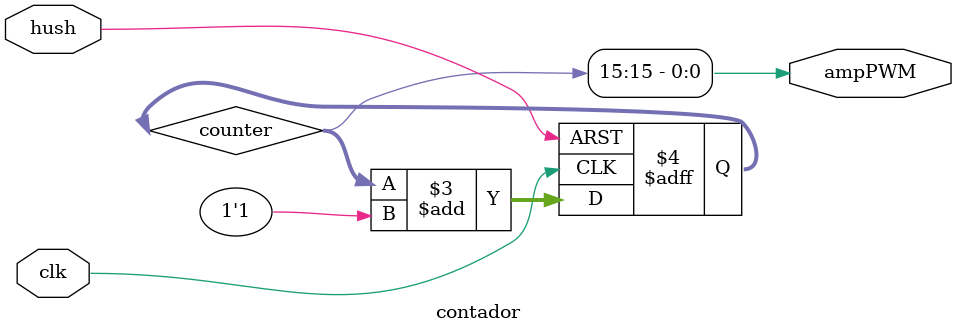
<source format=v>
`timescale 1ns / 1ps
module contador(
    input clk, 
    input hush, 
   // input [3:0] note, 
    output ampPWM //speaker port 
 // output vcc, 
    ); 
	  reg [15:0] counter; //binary counter; 16 bits wide 
   // The audio amplifier needs to be enabled, by 
   // default it will be disabled without this:   
    localparam TCQ = 1; 

always @ (posedge clk or negedge hush) 
    if ( hush == 1'b0) 
        counter <= 1'b0; 
    else 
        counter <= counter + 1'b1; 

assign ampPWM = counter[15];     

endmodule















/*`timescale 1ns / 1ps 
module soundtest ( 
    input clk, 
    input hush, 
    input [3:0] note, 
    output ampPWM, 
    output vcc 
    ); 

   localparam TCQ = 1; 
   assign vcc = 1'b1; 

   reg [15:0] counter; 
   reg ampPWM; 

    always @(posedge clk) 
     begin 
        if(counter == 53628) //rounded half period clck cycle count for desired freq 
            begin 
            counter <= 0; 
            ampPWM <= ~ampPWM; 
            end 
        else 
        counter <= counter+1; 
     end 

    endmodule */

</source>
